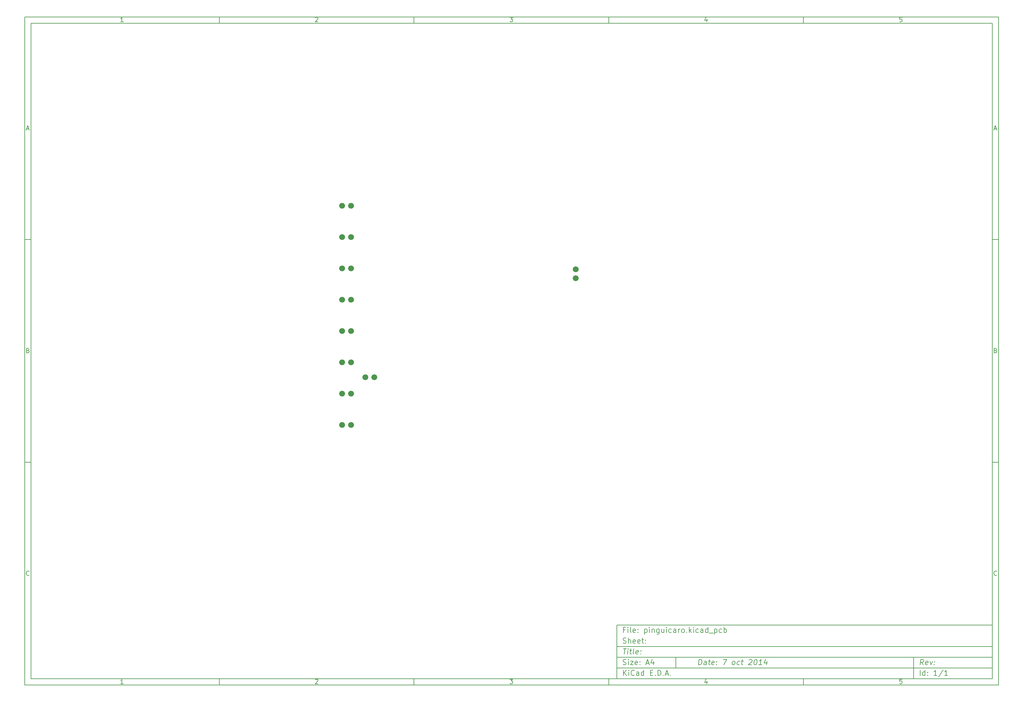
<source format=gtp>
G04 (created by PCBNEW (2013-june-11)-stable) date mar 07 oct 2014 09:39:09 ART*
%MOIN*%
G04 Gerber Fmt 3.4, Leading zero omitted, Abs format*
%FSLAX34Y34*%
G01*
G70*
G90*
G04 APERTURE LIST*
%ADD10C,0.00590551*%
%ADD11C,0.066*%
G04 APERTURE END LIST*
G54D10*
X4000Y-4000D02*
X112930Y-4000D01*
X112930Y-78680D01*
X4000Y-78680D01*
X4000Y-4000D01*
X4700Y-4700D02*
X112230Y-4700D01*
X112230Y-77980D01*
X4700Y-77980D01*
X4700Y-4700D01*
X25780Y-4000D02*
X25780Y-4700D01*
X15032Y-4552D02*
X14747Y-4552D01*
X14890Y-4552D02*
X14890Y-4052D01*
X14842Y-4123D01*
X14794Y-4171D01*
X14747Y-4195D01*
X25780Y-78680D02*
X25780Y-77980D01*
X15032Y-78532D02*
X14747Y-78532D01*
X14890Y-78532D02*
X14890Y-78032D01*
X14842Y-78103D01*
X14794Y-78151D01*
X14747Y-78175D01*
X47560Y-4000D02*
X47560Y-4700D01*
X36527Y-4100D02*
X36550Y-4076D01*
X36598Y-4052D01*
X36717Y-4052D01*
X36765Y-4076D01*
X36789Y-4100D01*
X36812Y-4147D01*
X36812Y-4195D01*
X36789Y-4266D01*
X36503Y-4552D01*
X36812Y-4552D01*
X47560Y-78680D02*
X47560Y-77980D01*
X36527Y-78080D02*
X36550Y-78056D01*
X36598Y-78032D01*
X36717Y-78032D01*
X36765Y-78056D01*
X36789Y-78080D01*
X36812Y-78127D01*
X36812Y-78175D01*
X36789Y-78246D01*
X36503Y-78532D01*
X36812Y-78532D01*
X69340Y-4000D02*
X69340Y-4700D01*
X58283Y-4052D02*
X58592Y-4052D01*
X58426Y-4242D01*
X58497Y-4242D01*
X58545Y-4266D01*
X58569Y-4290D01*
X58592Y-4338D01*
X58592Y-4457D01*
X58569Y-4504D01*
X58545Y-4528D01*
X58497Y-4552D01*
X58354Y-4552D01*
X58307Y-4528D01*
X58283Y-4504D01*
X69340Y-78680D02*
X69340Y-77980D01*
X58283Y-78032D02*
X58592Y-78032D01*
X58426Y-78222D01*
X58497Y-78222D01*
X58545Y-78246D01*
X58569Y-78270D01*
X58592Y-78318D01*
X58592Y-78437D01*
X58569Y-78484D01*
X58545Y-78508D01*
X58497Y-78532D01*
X58354Y-78532D01*
X58307Y-78508D01*
X58283Y-78484D01*
X91120Y-4000D02*
X91120Y-4700D01*
X80325Y-4219D02*
X80325Y-4552D01*
X80206Y-4028D02*
X80087Y-4385D01*
X80396Y-4385D01*
X91120Y-78680D02*
X91120Y-77980D01*
X80325Y-78199D02*
X80325Y-78532D01*
X80206Y-78008D02*
X80087Y-78365D01*
X80396Y-78365D01*
X102129Y-4052D02*
X101890Y-4052D01*
X101867Y-4290D01*
X101890Y-4266D01*
X101938Y-4242D01*
X102057Y-4242D01*
X102105Y-4266D01*
X102129Y-4290D01*
X102152Y-4338D01*
X102152Y-4457D01*
X102129Y-4504D01*
X102105Y-4528D01*
X102057Y-4552D01*
X101938Y-4552D01*
X101890Y-4528D01*
X101867Y-4504D01*
X102129Y-78032D02*
X101890Y-78032D01*
X101867Y-78270D01*
X101890Y-78246D01*
X101938Y-78222D01*
X102057Y-78222D01*
X102105Y-78246D01*
X102129Y-78270D01*
X102152Y-78318D01*
X102152Y-78437D01*
X102129Y-78484D01*
X102105Y-78508D01*
X102057Y-78532D01*
X101938Y-78532D01*
X101890Y-78508D01*
X101867Y-78484D01*
X4000Y-28890D02*
X4700Y-28890D01*
X4230Y-16509D02*
X4469Y-16509D01*
X4183Y-16652D02*
X4350Y-16152D01*
X4516Y-16652D01*
X112930Y-28890D02*
X112230Y-28890D01*
X112460Y-16509D02*
X112699Y-16509D01*
X112413Y-16652D02*
X112580Y-16152D01*
X112746Y-16652D01*
X4000Y-53780D02*
X4700Y-53780D01*
X4385Y-41280D02*
X4457Y-41304D01*
X4480Y-41328D01*
X4504Y-41375D01*
X4504Y-41447D01*
X4480Y-41494D01*
X4457Y-41518D01*
X4409Y-41542D01*
X4219Y-41542D01*
X4219Y-41042D01*
X4385Y-41042D01*
X4433Y-41066D01*
X4457Y-41090D01*
X4480Y-41137D01*
X4480Y-41185D01*
X4457Y-41232D01*
X4433Y-41256D01*
X4385Y-41280D01*
X4219Y-41280D01*
X112930Y-53780D02*
X112230Y-53780D01*
X112615Y-41280D02*
X112687Y-41304D01*
X112710Y-41328D01*
X112734Y-41375D01*
X112734Y-41447D01*
X112710Y-41494D01*
X112687Y-41518D01*
X112639Y-41542D01*
X112449Y-41542D01*
X112449Y-41042D01*
X112615Y-41042D01*
X112663Y-41066D01*
X112687Y-41090D01*
X112710Y-41137D01*
X112710Y-41185D01*
X112687Y-41232D01*
X112663Y-41256D01*
X112615Y-41280D01*
X112449Y-41280D01*
X4504Y-66384D02*
X4480Y-66408D01*
X4409Y-66432D01*
X4361Y-66432D01*
X4290Y-66408D01*
X4242Y-66360D01*
X4219Y-66313D01*
X4195Y-66218D01*
X4195Y-66146D01*
X4219Y-66051D01*
X4242Y-66003D01*
X4290Y-65956D01*
X4361Y-65932D01*
X4409Y-65932D01*
X4480Y-65956D01*
X4504Y-65980D01*
X112734Y-66384D02*
X112710Y-66408D01*
X112639Y-66432D01*
X112591Y-66432D01*
X112520Y-66408D01*
X112472Y-66360D01*
X112449Y-66313D01*
X112425Y-66218D01*
X112425Y-66146D01*
X112449Y-66051D01*
X112472Y-66003D01*
X112520Y-65956D01*
X112591Y-65932D01*
X112639Y-65932D01*
X112710Y-65956D01*
X112734Y-65980D01*
X79380Y-76422D02*
X79455Y-75822D01*
X79597Y-75822D01*
X79680Y-75851D01*
X79730Y-75908D01*
X79751Y-75965D01*
X79765Y-76080D01*
X79755Y-76165D01*
X79712Y-76280D01*
X79676Y-76337D01*
X79612Y-76394D01*
X79522Y-76422D01*
X79380Y-76422D01*
X80237Y-76422D02*
X80276Y-76108D01*
X80255Y-76051D01*
X80201Y-76022D01*
X80087Y-76022D01*
X80026Y-76051D01*
X80240Y-76394D02*
X80180Y-76422D01*
X80037Y-76422D01*
X79983Y-76394D01*
X79962Y-76337D01*
X79969Y-76280D01*
X80005Y-76222D01*
X80065Y-76194D01*
X80208Y-76194D01*
X80269Y-76165D01*
X80487Y-76022D02*
X80715Y-76022D01*
X80597Y-75822D02*
X80533Y-76337D01*
X80555Y-76394D01*
X80608Y-76422D01*
X80665Y-76422D01*
X81097Y-76394D02*
X81037Y-76422D01*
X80922Y-76422D01*
X80869Y-76394D01*
X80847Y-76337D01*
X80876Y-76108D01*
X80912Y-76051D01*
X80972Y-76022D01*
X81087Y-76022D01*
X81140Y-76051D01*
X81162Y-76108D01*
X81155Y-76165D01*
X80862Y-76222D01*
X81387Y-76365D02*
X81412Y-76394D01*
X81380Y-76422D01*
X81355Y-76394D01*
X81387Y-76365D01*
X81380Y-76422D01*
X81426Y-76051D02*
X81451Y-76080D01*
X81419Y-76108D01*
X81394Y-76080D01*
X81426Y-76051D01*
X81419Y-76108D01*
X82140Y-75822D02*
X82540Y-75822D01*
X82208Y-76422D01*
X83237Y-76422D02*
X83183Y-76394D01*
X83158Y-76365D01*
X83137Y-76308D01*
X83158Y-76137D01*
X83194Y-76080D01*
X83226Y-76051D01*
X83287Y-76022D01*
X83372Y-76022D01*
X83426Y-76051D01*
X83451Y-76080D01*
X83472Y-76137D01*
X83451Y-76308D01*
X83415Y-76365D01*
X83383Y-76394D01*
X83322Y-76422D01*
X83237Y-76422D01*
X83955Y-76394D02*
X83894Y-76422D01*
X83780Y-76422D01*
X83726Y-76394D01*
X83701Y-76365D01*
X83680Y-76308D01*
X83701Y-76137D01*
X83737Y-76080D01*
X83769Y-76051D01*
X83830Y-76022D01*
X83944Y-76022D01*
X83997Y-76051D01*
X84172Y-76022D02*
X84401Y-76022D01*
X84283Y-75822D02*
X84219Y-76337D01*
X84240Y-76394D01*
X84294Y-76422D01*
X84351Y-76422D01*
X85047Y-75880D02*
X85080Y-75851D01*
X85140Y-75822D01*
X85283Y-75822D01*
X85337Y-75851D01*
X85362Y-75880D01*
X85383Y-75937D01*
X85376Y-75994D01*
X85337Y-76080D01*
X84951Y-76422D01*
X85322Y-76422D01*
X85769Y-75822D02*
X85826Y-75822D01*
X85880Y-75851D01*
X85905Y-75880D01*
X85926Y-75937D01*
X85940Y-76051D01*
X85922Y-76194D01*
X85880Y-76308D01*
X85844Y-76365D01*
X85812Y-76394D01*
X85751Y-76422D01*
X85694Y-76422D01*
X85640Y-76394D01*
X85615Y-76365D01*
X85594Y-76308D01*
X85580Y-76194D01*
X85597Y-76051D01*
X85640Y-75937D01*
X85676Y-75880D01*
X85708Y-75851D01*
X85769Y-75822D01*
X86465Y-76422D02*
X86122Y-76422D01*
X86294Y-76422D02*
X86369Y-75822D01*
X86301Y-75908D01*
X86237Y-75965D01*
X86176Y-75994D01*
X87030Y-76022D02*
X86980Y-76422D01*
X86915Y-75794D02*
X86719Y-76222D01*
X87090Y-76222D01*
X70972Y-77622D02*
X70972Y-77022D01*
X71315Y-77622D02*
X71058Y-77280D01*
X71315Y-77022D02*
X70972Y-77365D01*
X71572Y-77622D02*
X71572Y-77222D01*
X71572Y-77022D02*
X71544Y-77051D01*
X71572Y-77080D01*
X71601Y-77051D01*
X71572Y-77022D01*
X71572Y-77080D01*
X72201Y-77565D02*
X72172Y-77594D01*
X72087Y-77622D01*
X72030Y-77622D01*
X71944Y-77594D01*
X71887Y-77537D01*
X71858Y-77480D01*
X71830Y-77365D01*
X71830Y-77280D01*
X71858Y-77165D01*
X71887Y-77108D01*
X71944Y-77051D01*
X72030Y-77022D01*
X72087Y-77022D01*
X72172Y-77051D01*
X72201Y-77080D01*
X72715Y-77622D02*
X72715Y-77308D01*
X72687Y-77251D01*
X72630Y-77222D01*
X72515Y-77222D01*
X72458Y-77251D01*
X72715Y-77594D02*
X72658Y-77622D01*
X72515Y-77622D01*
X72458Y-77594D01*
X72430Y-77537D01*
X72430Y-77480D01*
X72458Y-77422D01*
X72515Y-77394D01*
X72658Y-77394D01*
X72715Y-77365D01*
X73258Y-77622D02*
X73258Y-77022D01*
X73258Y-77594D02*
X73201Y-77622D01*
X73087Y-77622D01*
X73030Y-77594D01*
X73001Y-77565D01*
X72972Y-77508D01*
X72972Y-77337D01*
X73001Y-77280D01*
X73030Y-77251D01*
X73087Y-77222D01*
X73201Y-77222D01*
X73258Y-77251D01*
X74001Y-77308D02*
X74201Y-77308D01*
X74287Y-77622D02*
X74001Y-77622D01*
X74001Y-77022D01*
X74287Y-77022D01*
X74544Y-77565D02*
X74572Y-77594D01*
X74544Y-77622D01*
X74515Y-77594D01*
X74544Y-77565D01*
X74544Y-77622D01*
X74829Y-77622D02*
X74829Y-77022D01*
X74972Y-77022D01*
X75058Y-77051D01*
X75115Y-77108D01*
X75144Y-77165D01*
X75172Y-77280D01*
X75172Y-77365D01*
X75144Y-77480D01*
X75115Y-77537D01*
X75058Y-77594D01*
X74972Y-77622D01*
X74829Y-77622D01*
X75429Y-77565D02*
X75458Y-77594D01*
X75429Y-77622D01*
X75401Y-77594D01*
X75429Y-77565D01*
X75429Y-77622D01*
X75687Y-77451D02*
X75972Y-77451D01*
X75629Y-77622D02*
X75829Y-77022D01*
X76029Y-77622D01*
X76229Y-77565D02*
X76258Y-77594D01*
X76229Y-77622D01*
X76201Y-77594D01*
X76229Y-77565D01*
X76229Y-77622D01*
X104522Y-76422D02*
X104358Y-76137D01*
X104180Y-76422D02*
X104255Y-75822D01*
X104483Y-75822D01*
X104537Y-75851D01*
X104562Y-75880D01*
X104583Y-75937D01*
X104572Y-76022D01*
X104537Y-76080D01*
X104505Y-76108D01*
X104444Y-76137D01*
X104215Y-76137D01*
X105012Y-76394D02*
X104951Y-76422D01*
X104837Y-76422D01*
X104783Y-76394D01*
X104762Y-76337D01*
X104790Y-76108D01*
X104826Y-76051D01*
X104887Y-76022D01*
X105001Y-76022D01*
X105055Y-76051D01*
X105076Y-76108D01*
X105069Y-76165D01*
X104776Y-76222D01*
X105287Y-76022D02*
X105380Y-76422D01*
X105572Y-76022D01*
X105758Y-76365D02*
X105783Y-76394D01*
X105751Y-76422D01*
X105726Y-76394D01*
X105758Y-76365D01*
X105751Y-76422D01*
X105797Y-76051D02*
X105822Y-76080D01*
X105790Y-76108D01*
X105765Y-76080D01*
X105797Y-76051D01*
X105790Y-76108D01*
X70944Y-76394D02*
X71030Y-76422D01*
X71172Y-76422D01*
X71230Y-76394D01*
X71258Y-76365D01*
X71287Y-76308D01*
X71287Y-76251D01*
X71258Y-76194D01*
X71230Y-76165D01*
X71172Y-76137D01*
X71058Y-76108D01*
X71001Y-76080D01*
X70972Y-76051D01*
X70944Y-75994D01*
X70944Y-75937D01*
X70972Y-75880D01*
X71001Y-75851D01*
X71058Y-75822D01*
X71201Y-75822D01*
X71287Y-75851D01*
X71544Y-76422D02*
X71544Y-76022D01*
X71544Y-75822D02*
X71515Y-75851D01*
X71544Y-75880D01*
X71572Y-75851D01*
X71544Y-75822D01*
X71544Y-75880D01*
X71772Y-76022D02*
X72087Y-76022D01*
X71772Y-76422D01*
X72087Y-76422D01*
X72544Y-76394D02*
X72487Y-76422D01*
X72372Y-76422D01*
X72315Y-76394D01*
X72287Y-76337D01*
X72287Y-76108D01*
X72315Y-76051D01*
X72372Y-76022D01*
X72487Y-76022D01*
X72544Y-76051D01*
X72572Y-76108D01*
X72572Y-76165D01*
X72287Y-76222D01*
X72830Y-76365D02*
X72858Y-76394D01*
X72830Y-76422D01*
X72801Y-76394D01*
X72830Y-76365D01*
X72830Y-76422D01*
X72830Y-76051D02*
X72858Y-76080D01*
X72830Y-76108D01*
X72801Y-76080D01*
X72830Y-76051D01*
X72830Y-76108D01*
X73544Y-76251D02*
X73830Y-76251D01*
X73487Y-76422D02*
X73687Y-75822D01*
X73887Y-76422D01*
X74344Y-76022D02*
X74344Y-76422D01*
X74201Y-75794D02*
X74058Y-76222D01*
X74430Y-76222D01*
X104172Y-77622D02*
X104172Y-77022D01*
X104715Y-77622D02*
X104715Y-77022D01*
X104715Y-77594D02*
X104658Y-77622D01*
X104544Y-77622D01*
X104487Y-77594D01*
X104458Y-77565D01*
X104430Y-77508D01*
X104430Y-77337D01*
X104458Y-77280D01*
X104487Y-77251D01*
X104544Y-77222D01*
X104658Y-77222D01*
X104715Y-77251D01*
X105001Y-77565D02*
X105030Y-77594D01*
X105001Y-77622D01*
X104972Y-77594D01*
X105001Y-77565D01*
X105001Y-77622D01*
X105001Y-77251D02*
X105030Y-77280D01*
X105001Y-77308D01*
X104972Y-77280D01*
X105001Y-77251D01*
X105001Y-77308D01*
X106058Y-77622D02*
X105715Y-77622D01*
X105887Y-77622D02*
X105887Y-77022D01*
X105829Y-77108D01*
X105772Y-77165D01*
X105715Y-77194D01*
X106744Y-76994D02*
X106230Y-77765D01*
X107258Y-77622D02*
X106915Y-77622D01*
X107087Y-77622D02*
X107087Y-77022D01*
X107029Y-77108D01*
X106972Y-77165D01*
X106915Y-77194D01*
X70969Y-74622D02*
X71312Y-74622D01*
X71065Y-75222D02*
X71140Y-74622D01*
X71437Y-75222D02*
X71487Y-74822D01*
X71512Y-74622D02*
X71480Y-74651D01*
X71505Y-74680D01*
X71537Y-74651D01*
X71512Y-74622D01*
X71505Y-74680D01*
X71687Y-74822D02*
X71915Y-74822D01*
X71797Y-74622D02*
X71733Y-75137D01*
X71755Y-75194D01*
X71808Y-75222D01*
X71865Y-75222D01*
X72151Y-75222D02*
X72097Y-75194D01*
X72076Y-75137D01*
X72140Y-74622D01*
X72612Y-75194D02*
X72551Y-75222D01*
X72437Y-75222D01*
X72383Y-75194D01*
X72362Y-75137D01*
X72390Y-74908D01*
X72426Y-74851D01*
X72487Y-74822D01*
X72601Y-74822D01*
X72655Y-74851D01*
X72676Y-74908D01*
X72669Y-74965D01*
X72376Y-75022D01*
X72901Y-75165D02*
X72926Y-75194D01*
X72894Y-75222D01*
X72869Y-75194D01*
X72901Y-75165D01*
X72894Y-75222D01*
X72940Y-74851D02*
X72965Y-74880D01*
X72933Y-74908D01*
X72908Y-74880D01*
X72940Y-74851D01*
X72933Y-74908D01*
X71172Y-72508D02*
X70972Y-72508D01*
X70972Y-72822D02*
X70972Y-72222D01*
X71258Y-72222D01*
X71487Y-72822D02*
X71487Y-72422D01*
X71487Y-72222D02*
X71458Y-72251D01*
X71487Y-72280D01*
X71515Y-72251D01*
X71487Y-72222D01*
X71487Y-72280D01*
X71858Y-72822D02*
X71801Y-72794D01*
X71772Y-72737D01*
X71772Y-72222D01*
X72315Y-72794D02*
X72258Y-72822D01*
X72144Y-72822D01*
X72087Y-72794D01*
X72058Y-72737D01*
X72058Y-72508D01*
X72087Y-72451D01*
X72144Y-72422D01*
X72258Y-72422D01*
X72315Y-72451D01*
X72344Y-72508D01*
X72344Y-72565D01*
X72058Y-72622D01*
X72601Y-72765D02*
X72630Y-72794D01*
X72601Y-72822D01*
X72572Y-72794D01*
X72601Y-72765D01*
X72601Y-72822D01*
X72601Y-72451D02*
X72630Y-72480D01*
X72601Y-72508D01*
X72572Y-72480D01*
X72601Y-72451D01*
X72601Y-72508D01*
X73344Y-72422D02*
X73344Y-73022D01*
X73344Y-72451D02*
X73401Y-72422D01*
X73515Y-72422D01*
X73572Y-72451D01*
X73601Y-72480D01*
X73630Y-72537D01*
X73630Y-72708D01*
X73601Y-72765D01*
X73572Y-72794D01*
X73515Y-72822D01*
X73401Y-72822D01*
X73344Y-72794D01*
X73887Y-72822D02*
X73887Y-72422D01*
X73887Y-72222D02*
X73858Y-72251D01*
X73887Y-72280D01*
X73915Y-72251D01*
X73887Y-72222D01*
X73887Y-72280D01*
X74172Y-72422D02*
X74172Y-72822D01*
X74172Y-72480D02*
X74201Y-72451D01*
X74258Y-72422D01*
X74344Y-72422D01*
X74401Y-72451D01*
X74430Y-72508D01*
X74430Y-72822D01*
X74972Y-72422D02*
X74972Y-72908D01*
X74944Y-72965D01*
X74915Y-72994D01*
X74858Y-73022D01*
X74772Y-73022D01*
X74715Y-72994D01*
X74972Y-72794D02*
X74915Y-72822D01*
X74801Y-72822D01*
X74744Y-72794D01*
X74715Y-72765D01*
X74687Y-72708D01*
X74687Y-72537D01*
X74715Y-72480D01*
X74744Y-72451D01*
X74801Y-72422D01*
X74915Y-72422D01*
X74972Y-72451D01*
X75515Y-72422D02*
X75515Y-72822D01*
X75258Y-72422D02*
X75258Y-72737D01*
X75287Y-72794D01*
X75344Y-72822D01*
X75430Y-72822D01*
X75487Y-72794D01*
X75515Y-72765D01*
X75801Y-72822D02*
X75801Y-72422D01*
X75801Y-72222D02*
X75772Y-72251D01*
X75801Y-72280D01*
X75830Y-72251D01*
X75801Y-72222D01*
X75801Y-72280D01*
X76344Y-72794D02*
X76287Y-72822D01*
X76172Y-72822D01*
X76115Y-72794D01*
X76087Y-72765D01*
X76058Y-72708D01*
X76058Y-72537D01*
X76087Y-72480D01*
X76115Y-72451D01*
X76172Y-72422D01*
X76287Y-72422D01*
X76344Y-72451D01*
X76858Y-72822D02*
X76858Y-72508D01*
X76830Y-72451D01*
X76772Y-72422D01*
X76658Y-72422D01*
X76601Y-72451D01*
X76858Y-72794D02*
X76801Y-72822D01*
X76658Y-72822D01*
X76601Y-72794D01*
X76572Y-72737D01*
X76572Y-72680D01*
X76601Y-72622D01*
X76658Y-72594D01*
X76801Y-72594D01*
X76858Y-72565D01*
X77144Y-72822D02*
X77144Y-72422D01*
X77144Y-72537D02*
X77172Y-72480D01*
X77201Y-72451D01*
X77258Y-72422D01*
X77315Y-72422D01*
X77601Y-72822D02*
X77544Y-72794D01*
X77515Y-72765D01*
X77487Y-72708D01*
X77487Y-72537D01*
X77515Y-72480D01*
X77544Y-72451D01*
X77601Y-72422D01*
X77687Y-72422D01*
X77744Y-72451D01*
X77772Y-72480D01*
X77801Y-72537D01*
X77801Y-72708D01*
X77772Y-72765D01*
X77744Y-72794D01*
X77687Y-72822D01*
X77601Y-72822D01*
X78058Y-72765D02*
X78087Y-72794D01*
X78058Y-72822D01*
X78030Y-72794D01*
X78058Y-72765D01*
X78058Y-72822D01*
X78344Y-72822D02*
X78344Y-72222D01*
X78401Y-72594D02*
X78572Y-72822D01*
X78572Y-72422D02*
X78344Y-72651D01*
X78829Y-72822D02*
X78829Y-72422D01*
X78829Y-72222D02*
X78801Y-72251D01*
X78829Y-72280D01*
X78858Y-72251D01*
X78829Y-72222D01*
X78829Y-72280D01*
X79372Y-72794D02*
X79315Y-72822D01*
X79201Y-72822D01*
X79144Y-72794D01*
X79115Y-72765D01*
X79087Y-72708D01*
X79087Y-72537D01*
X79115Y-72480D01*
X79144Y-72451D01*
X79201Y-72422D01*
X79315Y-72422D01*
X79372Y-72451D01*
X79887Y-72822D02*
X79887Y-72508D01*
X79858Y-72451D01*
X79801Y-72422D01*
X79687Y-72422D01*
X79629Y-72451D01*
X79887Y-72794D02*
X79829Y-72822D01*
X79687Y-72822D01*
X79629Y-72794D01*
X79601Y-72737D01*
X79601Y-72680D01*
X79629Y-72622D01*
X79687Y-72594D01*
X79829Y-72594D01*
X79887Y-72565D01*
X80429Y-72822D02*
X80429Y-72222D01*
X80429Y-72794D02*
X80372Y-72822D01*
X80258Y-72822D01*
X80201Y-72794D01*
X80172Y-72765D01*
X80144Y-72708D01*
X80144Y-72537D01*
X80172Y-72480D01*
X80201Y-72451D01*
X80258Y-72422D01*
X80372Y-72422D01*
X80429Y-72451D01*
X80572Y-72880D02*
X81029Y-72880D01*
X81172Y-72422D02*
X81172Y-73022D01*
X81172Y-72451D02*
X81229Y-72422D01*
X81344Y-72422D01*
X81401Y-72451D01*
X81429Y-72480D01*
X81458Y-72537D01*
X81458Y-72708D01*
X81429Y-72765D01*
X81401Y-72794D01*
X81344Y-72822D01*
X81229Y-72822D01*
X81172Y-72794D01*
X81972Y-72794D02*
X81915Y-72822D01*
X81801Y-72822D01*
X81744Y-72794D01*
X81715Y-72765D01*
X81687Y-72708D01*
X81687Y-72537D01*
X81715Y-72480D01*
X81744Y-72451D01*
X81801Y-72422D01*
X81915Y-72422D01*
X81972Y-72451D01*
X82229Y-72822D02*
X82229Y-72222D01*
X82229Y-72451D02*
X82287Y-72422D01*
X82401Y-72422D01*
X82458Y-72451D01*
X82487Y-72480D01*
X82515Y-72537D01*
X82515Y-72708D01*
X82487Y-72765D01*
X82458Y-72794D01*
X82401Y-72822D01*
X82287Y-72822D01*
X82229Y-72794D01*
X70944Y-73994D02*
X71030Y-74022D01*
X71172Y-74022D01*
X71230Y-73994D01*
X71258Y-73965D01*
X71287Y-73908D01*
X71287Y-73851D01*
X71258Y-73794D01*
X71230Y-73765D01*
X71172Y-73737D01*
X71058Y-73708D01*
X71001Y-73680D01*
X70972Y-73651D01*
X70944Y-73594D01*
X70944Y-73537D01*
X70972Y-73480D01*
X71001Y-73451D01*
X71058Y-73422D01*
X71201Y-73422D01*
X71287Y-73451D01*
X71544Y-74022D02*
X71544Y-73422D01*
X71801Y-74022D02*
X71801Y-73708D01*
X71772Y-73651D01*
X71715Y-73622D01*
X71630Y-73622D01*
X71572Y-73651D01*
X71544Y-73680D01*
X72315Y-73994D02*
X72258Y-74022D01*
X72144Y-74022D01*
X72087Y-73994D01*
X72058Y-73937D01*
X72058Y-73708D01*
X72087Y-73651D01*
X72144Y-73622D01*
X72258Y-73622D01*
X72315Y-73651D01*
X72344Y-73708D01*
X72344Y-73765D01*
X72058Y-73822D01*
X72830Y-73994D02*
X72772Y-74022D01*
X72658Y-74022D01*
X72601Y-73994D01*
X72572Y-73937D01*
X72572Y-73708D01*
X72601Y-73651D01*
X72658Y-73622D01*
X72772Y-73622D01*
X72830Y-73651D01*
X72858Y-73708D01*
X72858Y-73765D01*
X72572Y-73822D01*
X73030Y-73622D02*
X73258Y-73622D01*
X73115Y-73422D02*
X73115Y-73937D01*
X73144Y-73994D01*
X73201Y-74022D01*
X73258Y-74022D01*
X73458Y-73965D02*
X73487Y-73994D01*
X73458Y-74022D01*
X73430Y-73994D01*
X73458Y-73965D01*
X73458Y-74022D01*
X73458Y-73651D02*
X73487Y-73680D01*
X73458Y-73708D01*
X73430Y-73680D01*
X73458Y-73651D01*
X73458Y-73708D01*
X70230Y-71980D02*
X70230Y-77980D01*
X70230Y-71980D02*
X112230Y-71980D01*
X70230Y-71980D02*
X112230Y-71980D01*
X70230Y-74380D02*
X112230Y-74380D01*
X103430Y-75580D02*
X103430Y-77980D01*
X70230Y-76780D02*
X112230Y-76780D01*
X70230Y-75580D02*
X112230Y-75580D01*
X76830Y-75580D02*
X76830Y-76780D01*
G54D11*
X42100Y-44270D03*
X43100Y-44270D03*
X39500Y-46100D03*
X40500Y-46100D03*
X39500Y-42600D03*
X40500Y-42600D03*
X39500Y-39100D03*
X40500Y-39100D03*
X39500Y-35600D03*
X40500Y-35600D03*
X39500Y-32100D03*
X40500Y-32100D03*
X39500Y-28600D03*
X40500Y-28600D03*
X39500Y-25100D03*
X40500Y-25100D03*
X65630Y-32210D03*
X65630Y-33210D03*
X39500Y-49600D03*
X40500Y-49600D03*
M02*

</source>
